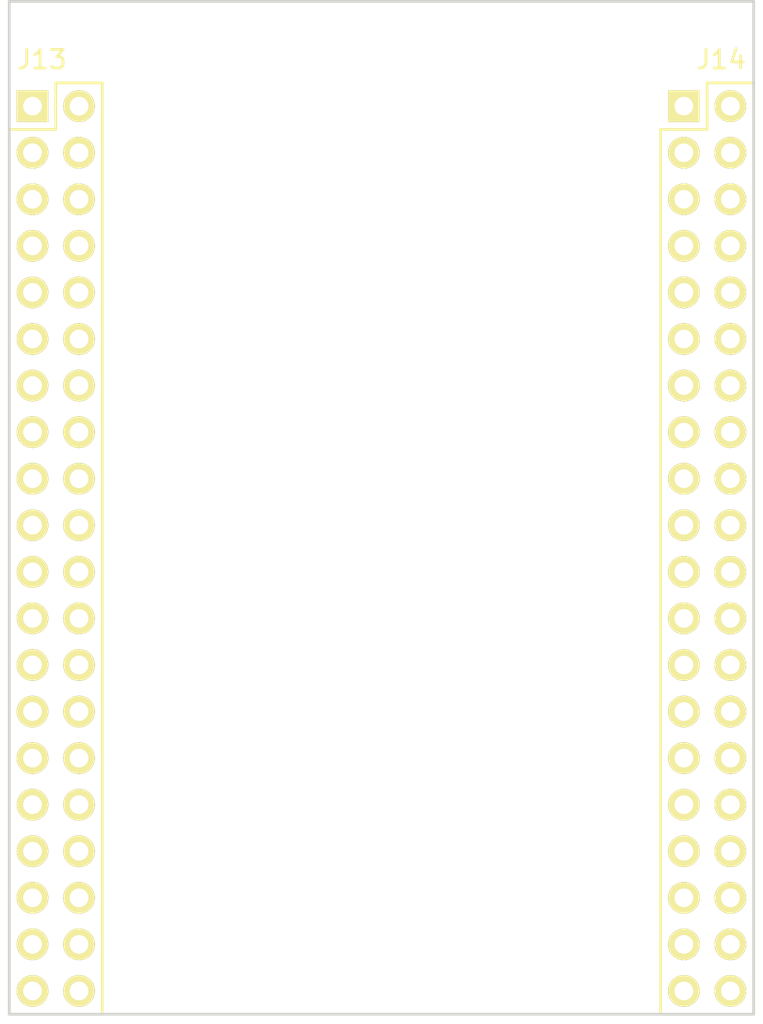
<source format=kicad_pcb>
(kicad_pcb (version 4) (host pcbnew 4.0.4+e1-6308~48~ubuntu16.04.1-stable)

  (general
    (links 10)
    (no_connects 10)
    (area 72.123 45.009999 178.510001 123.265001)
    (thickness 1.6)
    (drawings 22)
    (tracks 0)
    (zones 0)
    (modules 2)
    (nets 4)
  )

  (page USLetter)
  (title_block
    (title Title)
    (date 2016-12-14)
    (rev v1.0)
    (company "Released under the CERN Open Hardware License v1.2")
    (comment 1 "jenner@wickerbox.net - http://wickerbox.net")
    (comment 2 "Designed by Jenner at Wickerbox Electronics")
  )

  (layers
    (0 F.Cu signal)
    (31 B.Cu signal)
    (34 B.Paste user)
    (35 F.Paste user)
    (36 B.SilkS user)
    (37 F.SilkS user)
    (38 B.Mask user)
    (39 F.Mask user)
    (44 Edge.Cuts user)
    (46 B.CrtYd user hide)
    (47 F.CrtYd user hide)
    (48 B.Fab user hide)
    (49 F.Fab user hide)
  )

  (setup
    (last_trace_width 0.254)
    (user_trace_width 0.1524)
    (user_trace_width 0.254)
    (user_trace_width 0.3302)
    (user_trace_width 0.508)
    (user_trace_width 0.762)
    (user_trace_width 1.27)
    (trace_clearance 0.254)
    (zone_clearance 0.508)
    (zone_45_only no)
    (trace_min 0.1524)
    (segment_width 0.1524)
    (edge_width 0.1524)
    (via_size 0.6858)
    (via_drill 0.3302)
    (via_min_size 0.6858)
    (via_min_drill 0.3302)
    (user_via 0.6858 0.3302)
    (user_via 0.762 0.4064)
    (user_via 0.8636 0.508)
    (uvia_size 0.6858)
    (uvia_drill 0.3302)
    (uvias_allowed no)
    (uvia_min_size 0)
    (uvia_min_drill 0)
    (pcb_text_width 0.1524)
    (pcb_text_size 1.016 1.016)
    (mod_edge_width 0.1524)
    (mod_text_size 1.016 1.016)
    (mod_text_width 0.1524)
    (pad_size 1.524 1.524)
    (pad_drill 0.762)
    (pad_to_mask_clearance 0.0762)
    (solder_mask_min_width 0.1016)
    (pad_to_paste_clearance -0.0762)
    (aux_axis_origin 0 0)
    (visible_elements FFFEDF7D)
    (pcbplotparams
      (layerselection 0x310fc_80000001)
      (usegerberextensions true)
      (excludeedgelayer true)
      (linewidth 0.100000)
      (plotframeref false)
      (viasonmask false)
      (mode 1)
      (useauxorigin false)
      (hpglpennumber 1)
      (hpglpenspeed 20)
      (hpglpendiameter 15)
      (hpglpenoverlay 2)
      (psnegative false)
      (psa4output false)
      (plotreference true)
      (plotvalue true)
      (plotinvisibletext false)
      (padsonsilk false)
      (subtractmaskfromsilk false)
      (outputformat 1)
      (mirror false)
      (drillshape 0)
      (scaleselection 1)
      (outputdirectory gerbers))
  )

  (net 0 "")
  (net 1 GND)
  (net 2 +5V)
  (net 3 +3.3V)

  (net_class Default "This is the default net class."
    (clearance 0.254)
    (trace_width 0.254)
    (via_dia 0.6858)
    (via_drill 0.3302)
    (uvia_dia 0.6858)
    (uvia_drill 0.3302)
    (add_net +3.3V)
    (add_net +5V)
    (add_net GND)
  )

  (module CHIP-DIPs:DIP_Header_2x20 locked (layer F.Cu) (tedit 572ECEC8) (tstamp 572EA43B)
    (at 76.2 50.8)
    (descr "Standard 2x20 DIP header based on KiCad Pin Header 2x20")
    (tags "pin header")
    (path /572EA21C)
    (fp_text reference J13 (at 0.508 -2.54) (layer F.SilkS)
      (effects (font (size 1.016 1.016) (thickness 0.1524)))
    )
    (fp_text value DIP-HEADER-2x20 (at -3.048 5.588 90) (layer F.Fab) hide
      (effects (font (size 1 1) (thickness 0.15)))
    )
    (fp_line (start -1.75 -1.75) (end -1.75 50.05) (layer F.CrtYd) (width 0.05))
    (fp_line (start 4.3 -1.75) (end 4.3 50.05) (layer F.CrtYd) (width 0.05))
    (fp_line (start -1.75 -1.75) (end 4.3 -1.75) (layer F.CrtYd) (width 0.05))
    (fp_line (start -1.75 50.05) (end 4.3 50.05) (layer F.CrtYd) (width 0.05))
    (fp_line (start 3.81 49.53) (end 3.81 -1.27) (layer F.SilkS) (width 0.15))
    (fp_line (start -1.27 1.27) (end -1.27 49.53) (layer F.SilkS) (width 0.15))
    (fp_line (start 3.81 49.53) (end -1.27 49.53) (layer F.SilkS) (width 0.15))
    (fp_line (start 3.81 -1.27) (end 1.27 -1.27) (layer F.SilkS) (width 0.15))
    (fp_line (start 1.27 -1.27) (end 1.27 1.27) (layer F.SilkS) (width 0.15))
    (fp_line (start 1.27 1.27) (end -1.27 1.27) (layer F.SilkS) (width 0.15))
    (pad 1 thru_hole rect (at 0 0) (size 1.7272 1.7272) (drill 1.016) (layers *.Cu *.Mask F.SilkS)
      (net 1 GND))
    (pad 2 thru_hole oval (at 2.54 0) (size 1.7272 1.7272) (drill 1.016) (layers *.Cu *.Mask F.SilkS))
    (pad 3 thru_hole oval (at 0 2.54) (size 1.7272 1.7272) (drill 1.016) (layers *.Cu *.Mask F.SilkS)
      (net 2 +5V))
    (pad 4 thru_hole oval (at 2.54 2.54) (size 1.7272 1.7272) (drill 1.016) (layers *.Cu *.Mask F.SilkS)
      (net 1 GND))
    (pad 5 thru_hole oval (at 0 5.08) (size 1.7272 1.7272) (drill 1.016) (layers *.Cu *.Mask F.SilkS)
      (net 3 +3.3V))
    (pad 6 thru_hole oval (at 2.54 5.08) (size 1.7272 1.7272) (drill 1.016) (layers *.Cu *.Mask F.SilkS))
    (pad 7 thru_hole oval (at 0 7.62) (size 1.7272 1.7272) (drill 1.016) (layers *.Cu *.Mask F.SilkS))
    (pad 8 thru_hole oval (at 2.54 7.62) (size 1.7272 1.7272) (drill 1.016) (layers *.Cu *.Mask F.SilkS))
    (pad 9 thru_hole oval (at 0 10.16) (size 1.7272 1.7272) (drill 1.016) (layers *.Cu *.Mask F.SilkS))
    (pad 10 thru_hole oval (at 2.54 10.16) (size 1.7272 1.7272) (drill 1.016) (layers *.Cu *.Mask F.SilkS))
    (pad 11 thru_hole oval (at 0 12.7) (size 1.7272 1.7272) (drill 1.016) (layers *.Cu *.Mask F.SilkS))
    (pad 12 thru_hole oval (at 2.54 12.7) (size 1.7272 1.7272) (drill 1.016) (layers *.Cu *.Mask F.SilkS)
      (net 1 GND))
    (pad 13 thru_hole oval (at 0 15.24) (size 1.7272 1.7272) (drill 1.016) (layers *.Cu *.Mask F.SilkS))
    (pad 14 thru_hole oval (at 2.54 15.24) (size 1.7272 1.7272) (drill 1.016) (layers *.Cu *.Mask F.SilkS))
    (pad 15 thru_hole oval (at 0 17.78) (size 1.7272 1.7272) (drill 1.016) (layers *.Cu *.Mask F.SilkS))
    (pad 16 thru_hole oval (at 2.54 17.78) (size 1.7272 1.7272) (drill 1.016) (layers *.Cu *.Mask F.SilkS))
    (pad 17 thru_hole oval (at 0 20.32) (size 1.7272 1.7272) (drill 1.016) (layers *.Cu *.Mask F.SilkS))
    (pad 18 thru_hole oval (at 2.54 20.32) (size 1.7272 1.7272) (drill 1.016) (layers *.Cu *.Mask F.SilkS))
    (pad 19 thru_hole oval (at 0 22.86) (size 1.7272 1.7272) (drill 1.016) (layers *.Cu *.Mask F.SilkS))
    (pad 20 thru_hole oval (at 2.54 22.86) (size 1.7272 1.7272) (drill 1.016) (layers *.Cu *.Mask F.SilkS))
    (pad 21 thru_hole oval (at 0 25.4) (size 1.7272 1.7272) (drill 1.016) (layers *.Cu *.Mask F.SilkS))
    (pad 22 thru_hole oval (at 2.54 25.4) (size 1.7272 1.7272) (drill 1.016) (layers *.Cu *.Mask F.SilkS))
    (pad 23 thru_hole oval (at 0 27.94) (size 1.7272 1.7272) (drill 1.016) (layers *.Cu *.Mask F.SilkS))
    (pad 24 thru_hole oval (at 2.54 27.94) (size 1.7272 1.7272) (drill 1.016) (layers *.Cu *.Mask F.SilkS))
    (pad 25 thru_hole oval (at 0 30.48) (size 1.7272 1.7272) (drill 1.016) (layers *.Cu *.Mask F.SilkS))
    (pad 26 thru_hole oval (at 2.54 30.48) (size 1.7272 1.7272) (drill 1.016) (layers *.Cu *.Mask F.SilkS))
    (pad 27 thru_hole oval (at 0 33.02) (size 1.7272 1.7272) (drill 1.016) (layers *.Cu *.Mask F.SilkS))
    (pad 28 thru_hole oval (at 2.54 33.02) (size 1.7272 1.7272) (drill 1.016) (layers *.Cu *.Mask F.SilkS))
    (pad 29 thru_hole oval (at 0 35.56) (size 1.7272 1.7272) (drill 1.016) (layers *.Cu *.Mask F.SilkS))
    (pad 30 thru_hole oval (at 2.54 35.56) (size 1.7272 1.7272) (drill 1.016) (layers *.Cu *.Mask F.SilkS))
    (pad 31 thru_hole oval (at 0 38.1) (size 1.7272 1.7272) (drill 1.016) (layers *.Cu *.Mask F.SilkS))
    (pad 32 thru_hole oval (at 2.54 38.1) (size 1.7272 1.7272) (drill 1.016) (layers *.Cu *.Mask F.SilkS))
    (pad 33 thru_hole oval (at 0 40.64) (size 1.7272 1.7272) (drill 1.016) (layers *.Cu *.Mask F.SilkS))
    (pad 34 thru_hole oval (at 2.54 40.64) (size 1.7272 1.7272) (drill 1.016) (layers *.Cu *.Mask F.SilkS))
    (pad 35 thru_hole oval (at 0 43.18) (size 1.7272 1.7272) (drill 1.016) (layers *.Cu *.Mask F.SilkS))
    (pad 36 thru_hole oval (at 2.54 43.18) (size 1.7272 1.7272) (drill 1.016) (layers *.Cu *.Mask F.SilkS))
    (pad 37 thru_hole oval (at 0 45.72) (size 1.7272 1.7272) (drill 1.016) (layers *.Cu *.Mask F.SilkS))
    (pad 38 thru_hole oval (at 2.54 45.72) (size 1.7272 1.7272) (drill 1.016) (layers *.Cu *.Mask F.SilkS))
    (pad 39 thru_hole oval (at 0 48.26) (size 1.7272 1.7272) (drill 1.016) (layers *.Cu *.Mask F.SilkS)
      (net 1 GND))
    (pad 40 thru_hole oval (at 2.54 48.26) (size 1.7272 1.7272) (drill 1.016) (layers *.Cu *.Mask F.SilkS))
    (model Pin_Headers.3dshapes/Pin_Header_Straight_2x20.wrl
      (at (xyz 0.05 -0.95 0))
      (scale (xyz 1 1 1))
      (rotate (xyz 0 0 90))
    )
  )

  (module CHIP-DIPs:DIP_Header_2x20 locked (layer F.Cu) (tedit 572ECEC1) (tstamp 572EA467)
    (at 111.76 50.8)
    (descr "Standard 2x20 DIP header based on KiCad Pin Header 2x20")
    (tags "pin header")
    (path /572EA292)
    (fp_text reference J14 (at 2.032 -2.54) (layer F.SilkS)
      (effects (font (size 1.016 1.016) (thickness 0.1524)))
    )
    (fp_text value DIP-HEADER-2x20 (at -3.048 5.588 90) (layer F.Fab) hide
      (effects (font (size 1 1) (thickness 0.15)))
    )
    (fp_line (start -1.75 -1.75) (end -1.75 50.05) (layer F.CrtYd) (width 0.05))
    (fp_line (start 4.3 -1.75) (end 4.3 50.05) (layer F.CrtYd) (width 0.05))
    (fp_line (start -1.75 -1.75) (end 4.3 -1.75) (layer F.CrtYd) (width 0.05))
    (fp_line (start -1.75 50.05) (end 4.3 50.05) (layer F.CrtYd) (width 0.05))
    (fp_line (start 3.81 49.53) (end 3.81 -1.27) (layer F.SilkS) (width 0.15))
    (fp_line (start -1.27 1.27) (end -1.27 49.53) (layer F.SilkS) (width 0.15))
    (fp_line (start 3.81 49.53) (end -1.27 49.53) (layer F.SilkS) (width 0.15))
    (fp_line (start 3.81 -1.27) (end 1.27 -1.27) (layer F.SilkS) (width 0.15))
    (fp_line (start 1.27 -1.27) (end 1.27 1.27) (layer F.SilkS) (width 0.15))
    (fp_line (start 1.27 1.27) (end -1.27 1.27) (layer F.SilkS) (width 0.15))
    (pad 1 thru_hole rect (at 0 0) (size 1.7272 1.7272) (drill 1.016) (layers *.Cu *.Mask F.SilkS)
      (net 1 GND))
    (pad 2 thru_hole oval (at 2.54 0) (size 1.7272 1.7272) (drill 1.016) (layers *.Cu *.Mask F.SilkS)
      (net 2 +5V))
    (pad 3 thru_hole oval (at 0 2.54) (size 1.7272 1.7272) (drill 1.016) (layers *.Cu *.Mask F.SilkS))
    (pad 4 thru_hole oval (at 2.54 2.54) (size 1.7272 1.7272) (drill 1.016) (layers *.Cu *.Mask F.SilkS))
    (pad 5 thru_hole oval (at 0 5.08) (size 1.7272 1.7272) (drill 1.016) (layers *.Cu *.Mask F.SilkS))
    (pad 6 thru_hole oval (at 2.54 5.08) (size 1.7272 1.7272) (drill 1.016) (layers *.Cu *.Mask F.SilkS))
    (pad 7 thru_hole oval (at 0 7.62) (size 1.7272 1.7272) (drill 1.016) (layers *.Cu *.Mask F.SilkS))
    (pad 8 thru_hole oval (at 2.54 7.62) (size 1.7272 1.7272) (drill 1.016) (layers *.Cu *.Mask F.SilkS))
    (pad 9 thru_hole oval (at 0 10.16) (size 1.7272 1.7272) (drill 1.016) (layers *.Cu *.Mask F.SilkS)
      (net 3 +3.3V))
    (pad 10 thru_hole oval (at 2.54 10.16) (size 1.7272 1.7272) (drill 1.016) (layers *.Cu *.Mask F.SilkS))
    (pad 11 thru_hole oval (at 0 12.7) (size 1.7272 1.7272) (drill 1.016) (layers *.Cu *.Mask F.SilkS))
    (pad 12 thru_hole oval (at 2.54 12.7) (size 1.7272 1.7272) (drill 1.016) (layers *.Cu *.Mask F.SilkS))
    (pad 13 thru_hole oval (at 0 15.24) (size 1.7272 1.7272) (drill 1.016) (layers *.Cu *.Mask F.SilkS))
    (pad 14 thru_hole oval (at 2.54 15.24) (size 1.7272 1.7272) (drill 1.016) (layers *.Cu *.Mask F.SilkS))
    (pad 15 thru_hole oval (at 0 17.78) (size 1.7272 1.7272) (drill 1.016) (layers *.Cu *.Mask F.SilkS))
    (pad 16 thru_hole oval (at 2.54 17.78) (size 1.7272 1.7272) (drill 1.016) (layers *.Cu *.Mask F.SilkS))
    (pad 17 thru_hole oval (at 0 20.32) (size 1.7272 1.7272) (drill 1.016) (layers *.Cu *.Mask F.SilkS))
    (pad 18 thru_hole oval (at 2.54 20.32) (size 1.7272 1.7272) (drill 1.016) (layers *.Cu *.Mask F.SilkS))
    (pad 19 thru_hole oval (at 0 22.86) (size 1.7272 1.7272) (drill 1.016) (layers *.Cu *.Mask F.SilkS))
    (pad 20 thru_hole oval (at 2.54 22.86) (size 1.7272 1.7272) (drill 1.016) (layers *.Cu *.Mask F.SilkS))
    (pad 21 thru_hole oval (at 0 25.4) (size 1.7272 1.7272) (drill 1.016) (layers *.Cu *.Mask F.SilkS)
      (net 1 GND))
    (pad 22 thru_hole oval (at 2.54 25.4) (size 1.7272 1.7272) (drill 1.016) (layers *.Cu *.Mask F.SilkS)
      (net 1 GND))
    (pad 23 thru_hole oval (at 0 27.94) (size 1.7272 1.7272) (drill 1.016) (layers *.Cu *.Mask F.SilkS))
    (pad 24 thru_hole oval (at 2.54 27.94) (size 1.7272 1.7272) (drill 1.016) (layers *.Cu *.Mask F.SilkS))
    (pad 25 thru_hole oval (at 0 30.48) (size 1.7272 1.7272) (drill 1.016) (layers *.Cu *.Mask F.SilkS))
    (pad 26 thru_hole oval (at 2.54 30.48) (size 1.7272 1.7272) (drill 1.016) (layers *.Cu *.Mask F.SilkS))
    (pad 27 thru_hole oval (at 0 33.02) (size 1.7272 1.7272) (drill 1.016) (layers *.Cu *.Mask F.SilkS))
    (pad 28 thru_hole oval (at 2.54 33.02) (size 1.7272 1.7272) (drill 1.016) (layers *.Cu *.Mask F.SilkS))
    (pad 29 thru_hole oval (at 0 35.56) (size 1.7272 1.7272) (drill 1.016) (layers *.Cu *.Mask F.SilkS))
    (pad 30 thru_hole oval (at 2.54 35.56) (size 1.7272 1.7272) (drill 1.016) (layers *.Cu *.Mask F.SilkS))
    (pad 31 thru_hole oval (at 0 38.1) (size 1.7272 1.7272) (drill 1.016) (layers *.Cu *.Mask F.SilkS))
    (pad 32 thru_hole oval (at 2.54 38.1) (size 1.7272 1.7272) (drill 1.016) (layers *.Cu *.Mask F.SilkS))
    (pad 33 thru_hole oval (at 0 40.64) (size 1.7272 1.7272) (drill 1.016) (layers *.Cu *.Mask F.SilkS))
    (pad 34 thru_hole oval (at 2.54 40.64) (size 1.7272 1.7272) (drill 1.016) (layers *.Cu *.Mask F.SilkS))
    (pad 35 thru_hole oval (at 0 43.18) (size 1.7272 1.7272) (drill 1.016) (layers *.Cu *.Mask F.SilkS))
    (pad 36 thru_hole oval (at 2.54 43.18) (size 1.7272 1.7272) (drill 1.016) (layers *.Cu *.Mask F.SilkS))
    (pad 37 thru_hole oval (at 0 45.72) (size 1.7272 1.7272) (drill 1.016) (layers *.Cu *.Mask F.SilkS))
    (pad 38 thru_hole oval (at 2.54 45.72) (size 1.7272 1.7272) (drill 1.016) (layers *.Cu *.Mask F.SilkS))
    (pad 39 thru_hole oval (at 0 48.26) (size 1.7272 1.7272) (drill 1.016) (layers *.Cu *.Mask F.SilkS)
      (net 1 GND))
    (pad 40 thru_hole oval (at 2.54 48.26) (size 1.7272 1.7272) (drill 1.016) (layers *.Cu *.Mask F.SilkS)
      (net 1 GND))
    (model Pin_Headers.3dshapes/Pin_Header_Straight_2x20.wrl
      (at (xyz 0.05 -0.95 0))
      (scale (xyz 1 1 1))
      (rotate (xyz 0 0 90))
    )
  )

  (gr_line (start 74.93 45.085) (end 115.57 45.085) (layer Edge.Cuts) (width 0.15))
  (gr_line (start 115.57 45.085) (end 115.57 100.33) (layer Edge.Cuts) (width 0.15) (tstamp 572EA76B))
  (gr_line (start 81.28 100.33) (end 115.57 100.33) (layer Edge.Cuts) (width 0.15))
  (gr_line (start 74.93 100.33) (end 81.28 100.33) (layer Edge.Cuts) (width 0.15))
  (gr_line (start 74.93 45.085) (end 74.93 100.33) (layer Edge.Cuts) (width 0.15))
  (gr_circle (center 117.348 76.962) (end 118.618 76.962) (layer Dwgs.User) (width 0.15))
  (gr_line (start 114.427 78.994) (end 114.427 74.93) (angle 90) (layer Dwgs.User) (width 0.15))
  (gr_line (start 120.269 78.994) (end 114.427 78.994) (angle 90) (layer Dwgs.User) (width 0.15))
  (gr_line (start 120.269 74.93) (end 120.269 78.994) (angle 90) (layer Dwgs.User) (width 0.15))
  (gr_line (start 114.427 74.93) (end 120.269 74.93) (angle 90) (layer Dwgs.User) (width 0.15))
  (gr_line (start 120.523 93.98) (end 104.648 93.98) (angle 90) (layer Dwgs.User) (width 0.15))
  (gr_line (start 173.355 102.235) (end 173.355 94.615) (angle 90) (layer Dwgs.User) (width 0.15))
  (gr_line (start 178.435 102.235) (end 173.355 102.235) (angle 90) (layer Dwgs.User) (width 0.15))
  (gr_line (start 178.435 94.615) (end 178.435 102.235) (angle 90) (layer Dwgs.User) (width 0.15))
  (gr_line (start 173.355 94.615) (end 178.435 94.615) (angle 90) (layer Dwgs.User) (width 0.15))
  (gr_line (start 109.093 123.19) (end 109.093 114.3) (angle 90) (layer Dwgs.User) (width 0.15))
  (gr_line (start 122.428 123.19) (end 109.093 123.19) (angle 90) (layer Dwgs.User) (width 0.15))
  (gr_line (start 122.428 114.3) (end 122.428 123.19) (angle 90) (layer Dwgs.User) (width 0.15))
  (gr_line (start 109.093 114.3) (end 122.428 114.3) (angle 90) (layer Dwgs.User) (width 0.15))
  (gr_line (start 104.648 93.98) (end 104.648 82.55) (angle 90) (layer Dwgs.User) (width 0.15))
  (gr_line (start 120.523 82.55) (end 120.523 93.98) (angle 90) (layer Dwgs.User) (width 0.15))
  (gr_line (start 104.648 82.55) (end 120.523 82.55) (angle 90) (layer Dwgs.User) (width 0.15))

)

</source>
